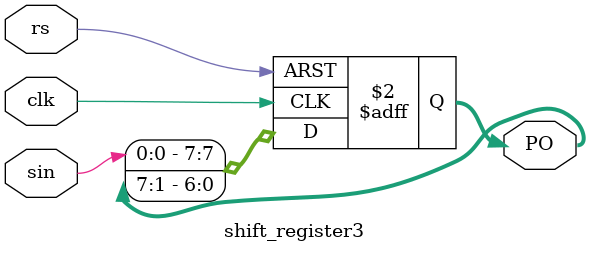
<source format=v>
`timescale 1ns/1ns
module shift_register3(input sin, clk, rs, output reg [7:0] PO);
	always @ (posedge clk,posedge rs) begin
		if (rs)
			 PO <= 8'b0;
		 else
			PO <= {sin, PO[7:1]};
	end
endmodule

</source>
